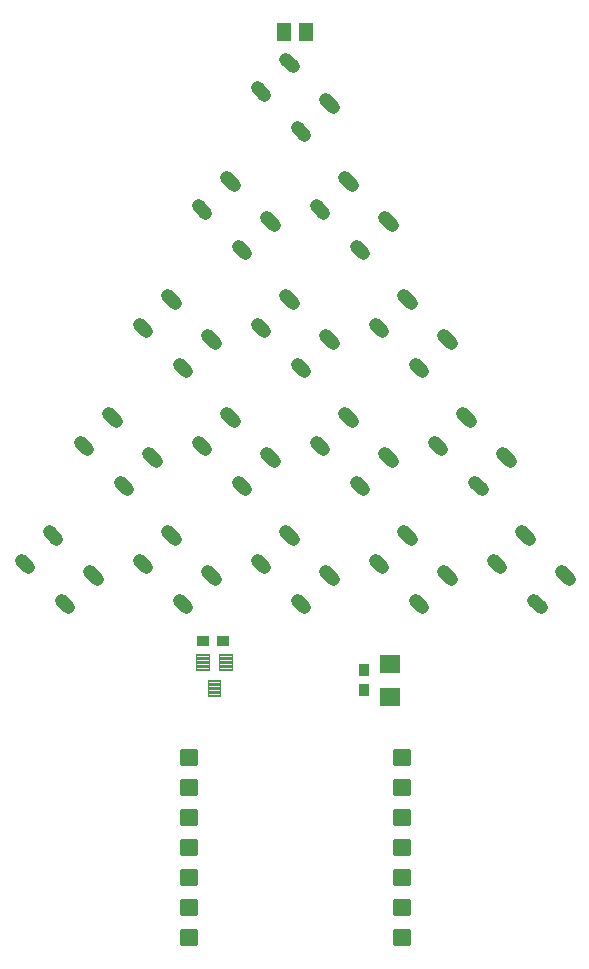
<source format=gtp>
G04 EAGLE Gerber RS-274X export*
G75*
%MOMM*%
%FSLAX34Y34*%
%LPD*%
%INSolderpaste Top*%
%IPPOS*%
%AMOC8*
5,1,8,0,0,1.08239X$1,22.5*%
G01*
%ADD10R,1.300000X1.500000*%
%ADD11C,1.100000*%
%ADD12R,1.000000X0.900000*%
%ADD13R,0.900000X1.000000*%
%ADD14C,0.457200*%
%ADD15C,0.120000*%
%ADD16R,1.800000X1.600000*%


D10*
X309500Y795000D03*
X290500Y795000D03*
D11*
X151769Y414190D02*
X158131Y407828D01*
X182172Y431869D02*
X175810Y438231D01*
X148231Y465810D02*
X141869Y472172D01*
X117828Y448131D02*
X124190Y441769D01*
X198231Y565810D02*
X191869Y572172D01*
X167828Y548131D02*
X174190Y541769D01*
X201769Y514190D02*
X208131Y507828D01*
X232172Y531869D02*
X225810Y538231D01*
X291869Y572172D02*
X298231Y565810D01*
X274190Y541769D02*
X267828Y548131D01*
X301769Y514190D02*
X308131Y507828D01*
X332172Y531869D02*
X325810Y538231D01*
X391869Y572172D02*
X398231Y565810D01*
X374190Y541769D02*
X367828Y548131D01*
X401769Y514190D02*
X408131Y507828D01*
X432172Y531869D02*
X425810Y538231D01*
X358131Y607828D02*
X351769Y614190D01*
X375810Y638231D02*
X382172Y631869D01*
X348231Y665810D02*
X341869Y672172D01*
X317828Y648131D02*
X324190Y641769D01*
X258131Y607828D02*
X251769Y614190D01*
X275810Y638231D02*
X282172Y631869D01*
X248231Y665810D02*
X241869Y672172D01*
X217828Y648131D02*
X224190Y641769D01*
X298231Y765810D02*
X291869Y772172D01*
X267828Y748131D02*
X274190Y741769D01*
X301769Y714190D02*
X308131Y707828D01*
X332172Y731869D02*
X325810Y738231D01*
X91869Y372172D02*
X98231Y365810D01*
X74190Y341769D02*
X67828Y348131D01*
X101769Y314190D02*
X108131Y307828D01*
X132172Y331869D02*
X125810Y338231D01*
X191869Y372172D02*
X198231Y365810D01*
X174190Y341769D02*
X167828Y348131D01*
X201769Y314190D02*
X208131Y307828D01*
X232172Y331869D02*
X225810Y338231D01*
X291869Y372172D02*
X298231Y365810D01*
X274190Y341769D02*
X267828Y348131D01*
X301769Y314190D02*
X308131Y307828D01*
X332172Y331869D02*
X325810Y338231D01*
X391869Y372172D02*
X398231Y365810D01*
X374190Y341769D02*
X367828Y348131D01*
X401769Y314190D02*
X408131Y307828D01*
X432172Y331869D02*
X425810Y338231D01*
X491869Y372172D02*
X498231Y365810D01*
X474190Y341769D02*
X467828Y348131D01*
X501769Y314190D02*
X508131Y307828D01*
X532172Y331869D02*
X525810Y338231D01*
X458131Y407828D02*
X451769Y414190D01*
X475810Y438231D02*
X482172Y431869D01*
X448231Y465810D02*
X441869Y472172D01*
X417828Y448131D02*
X424190Y441769D01*
X358131Y407828D02*
X351769Y414190D01*
X375810Y438231D02*
X382172Y431869D01*
X348231Y465810D02*
X341869Y472172D01*
X317828Y448131D02*
X324190Y441769D01*
X258131Y407828D02*
X251769Y414190D01*
X275810Y438231D02*
X282172Y431869D01*
X248231Y465810D02*
X241869Y472172D01*
X217828Y448131D02*
X224190Y441769D01*
D12*
X222400Y279520D03*
X239400Y279520D03*
D13*
X358790Y237810D03*
X358790Y254810D03*
D14*
X384836Y34134D02*
X395504Y34134D01*
X395504Y23466D01*
X384836Y23466D01*
X384836Y34134D01*
X384836Y27809D02*
X395504Y27809D01*
X395504Y32152D02*
X384836Y32152D01*
X384836Y59534D02*
X395504Y59534D01*
X395504Y48866D01*
X384836Y48866D01*
X384836Y59534D01*
X384836Y53209D02*
X395504Y53209D01*
X395504Y57552D02*
X384836Y57552D01*
X384836Y84934D02*
X395504Y84934D01*
X395504Y74266D01*
X384836Y74266D01*
X384836Y84934D01*
X384836Y78609D02*
X395504Y78609D01*
X395504Y82952D02*
X384836Y82952D01*
X384836Y110334D02*
X395504Y110334D01*
X395504Y99666D01*
X384836Y99666D01*
X384836Y110334D01*
X384836Y104009D02*
X395504Y104009D01*
X395504Y108352D02*
X384836Y108352D01*
X384836Y135734D02*
X395504Y135734D01*
X395504Y125066D01*
X384836Y125066D01*
X384836Y135734D01*
X384836Y129409D02*
X395504Y129409D01*
X395504Y133752D02*
X384836Y133752D01*
X384836Y161134D02*
X395504Y161134D01*
X395504Y150466D01*
X384836Y150466D01*
X384836Y161134D01*
X384836Y154809D02*
X395504Y154809D01*
X395504Y159152D02*
X384836Y159152D01*
X384836Y186534D02*
X395504Y186534D01*
X395504Y175866D01*
X384836Y175866D01*
X384836Y186534D01*
X384836Y180209D02*
X395504Y180209D01*
X395504Y184552D02*
X384836Y184552D01*
X215164Y186534D02*
X204496Y186534D01*
X215164Y186534D02*
X215164Y175866D01*
X204496Y175866D01*
X204496Y186534D01*
X204496Y180209D02*
X215164Y180209D01*
X215164Y184552D02*
X204496Y184552D01*
X204496Y161134D02*
X215164Y161134D01*
X215164Y150466D01*
X204496Y150466D01*
X204496Y161134D01*
X204496Y154809D02*
X215164Y154809D01*
X215164Y159152D02*
X204496Y159152D01*
X204496Y135734D02*
X215164Y135734D01*
X215164Y125066D01*
X204496Y125066D01*
X204496Y135734D01*
X204496Y129409D02*
X215164Y129409D01*
X215164Y133752D02*
X204496Y133752D01*
X204496Y110334D02*
X215164Y110334D01*
X215164Y99666D01*
X204496Y99666D01*
X204496Y110334D01*
X204496Y104009D02*
X215164Y104009D01*
X215164Y108352D02*
X204496Y108352D01*
X204496Y84934D02*
X215164Y84934D01*
X215164Y74266D01*
X204496Y74266D01*
X204496Y84934D01*
X204496Y78609D02*
X215164Y78609D01*
X215164Y82952D02*
X204496Y82952D01*
X204496Y59534D02*
X215164Y59534D01*
X215164Y48866D01*
X204496Y48866D01*
X204496Y59534D01*
X204496Y53209D02*
X215164Y53209D01*
X215164Y57552D02*
X204496Y57552D01*
X204496Y34134D02*
X215164Y34134D01*
X215164Y23466D01*
X204496Y23466D01*
X204496Y34134D01*
X204496Y27809D02*
X215164Y27809D01*
X215164Y32152D02*
X204496Y32152D01*
D15*
X226150Y246560D02*
X236950Y246560D01*
X236950Y232760D01*
X226150Y232760D01*
X226150Y246560D01*
X226150Y233900D02*
X236950Y233900D01*
X236950Y235040D02*
X226150Y235040D01*
X226150Y236180D02*
X236950Y236180D01*
X236950Y237320D02*
X226150Y237320D01*
X226150Y238460D02*
X236950Y238460D01*
X236950Y239600D02*
X226150Y239600D01*
X226150Y240740D02*
X236950Y240740D01*
X236950Y241880D02*
X226150Y241880D01*
X226150Y243020D02*
X236950Y243020D01*
X236950Y244160D02*
X226150Y244160D01*
X226150Y245300D02*
X236950Y245300D01*
X236950Y246440D02*
X226150Y246440D01*
X227450Y268560D02*
X216650Y268560D01*
X227450Y268560D02*
X227450Y254760D01*
X216650Y254760D01*
X216650Y268560D01*
X216650Y255900D02*
X227450Y255900D01*
X227450Y257040D02*
X216650Y257040D01*
X216650Y258180D02*
X227450Y258180D01*
X227450Y259320D02*
X216650Y259320D01*
X216650Y260460D02*
X227450Y260460D01*
X227450Y261600D02*
X216650Y261600D01*
X216650Y262740D02*
X227450Y262740D01*
X227450Y263880D02*
X216650Y263880D01*
X216650Y265020D02*
X227450Y265020D01*
X227450Y266160D02*
X216650Y266160D01*
X216650Y267300D02*
X227450Y267300D01*
X227450Y268440D02*
X216650Y268440D01*
X235650Y268560D02*
X246450Y268560D01*
X246450Y254760D01*
X235650Y254760D01*
X235650Y268560D01*
X235650Y255900D02*
X246450Y255900D01*
X246450Y257040D02*
X235650Y257040D01*
X235650Y258180D02*
X246450Y258180D01*
X246450Y259320D02*
X235650Y259320D01*
X235650Y260460D02*
X246450Y260460D01*
X246450Y261600D02*
X235650Y261600D01*
X235650Y262740D02*
X246450Y262740D01*
X246450Y263880D02*
X235650Y263880D01*
X235650Y265020D02*
X246450Y265020D01*
X246450Y266160D02*
X235650Y266160D01*
X235650Y267300D02*
X246450Y267300D01*
X246450Y268440D02*
X235650Y268440D01*
D16*
X380600Y232080D03*
X380600Y260080D03*
M02*

</source>
